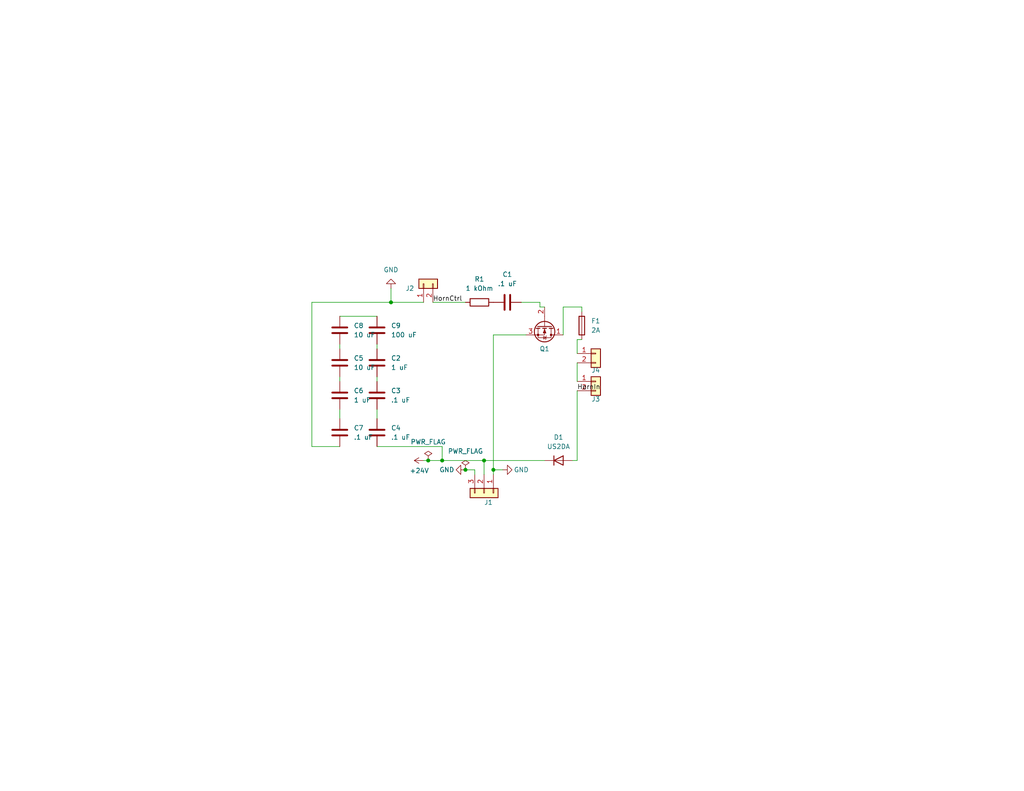
<source format=kicad_sch>
(kicad_sch (version 20231120) (generator "eeschema") (generator_version "8.0")
  (paper "USLetter")
  (title_block (title "Horns Board") (date "2024-10-02") (rev "0.0") (company "Illini Solar Car") (comment 1 "Designed By: Evan Hsieh"))
  (lib_symbols
    (symbol "Connector_Generic:Conn_01x02" (pin_names (offset 1.016) hide)
      (property "Reference" "J" (at 0 2.54 0))
      (property "Value" "Conn_01x02" (at 0 -5.08 0))
      (symbol "Conn_01x02_1_1"
        (rectangle (start -1.27 -2.413) (end 0 -2.667) (stroke (width 0.1524)))
        (rectangle (start -1.27 0.127) (end 0 -0.127) (stroke (width 0.1524)))
        (rectangle (start -1.27 1.27) (end 1.27 -3.81) (stroke (width 0.254)) (fill (type background)))
        (pin passive line (at -5.08 0 0) (length 3.81) (name "Pin_1") (number "1"))
        (pin passive line (at -5.08 -2.54 0) (length 3.81) (name "Pin_2") (number "2"))
      )
    )
    (symbol "Connector_Generic:Conn_01x03" (pin_names (offset 1.016) hide)
      (property "Reference" "J" (at 0 5.08 0))
      (property "Value" "Conn_01x03" (at 0 -5.08 0))
      (symbol "Conn_01x03_1_1"
        (rectangle (start -1.27 -2.413) (end 0 -2.667) (stroke (width 0.1524)))
        (rectangle (start -1.27 0.127) (end 0 -0.127) (stroke (width 0.1524)))
        (rectangle (start -1.27 2.667) (end 0 2.413) (stroke (width 0.1524)))
        (rectangle (start -1.27 3.81) (end 1.27 -3.81) (stroke (width 0.254)) (fill (type background)))
        (pin passive line (at -5.08 2.54 0) (length 3.81) (name "Pin_1") (number "1"))
        (pin passive line (at -5.08 0 0) (length 3.81) (name "Pin_2") (number "2"))
        (pin passive line (at -5.08 -2.54 0) (length 3.81) (name "Pin_3") (number "3"))
      )
    )
    (symbol "Device:Fuse" (pin_numbers hide) (pin_names (offset 0))
      (property "Reference" "F" (at 2.032 0 90))
      (property "Value" "Fuse" (at -1.905 0 90))
      (symbol "Fuse_0_1"
        (rectangle (start -0.762 -2.54) (end 0.762 2.54) (stroke (width 0.254)))
        (polyline (pts (xy 0 2.54) (xy 0 -2.54)))
      )
      (symbol "Fuse_1_1"
        (pin passive line (at 0 3.81 270) (length 1.27) (name "~") (number "1"))
        (pin passive line (at 0 -3.81 90) (length 1.27) (name "~") (number "2"))
      )
    )
    (symbol "Diode:US2DA" (pin_numbers hide) (pin_names (offset 1.016) hide)
      (property "Reference" "D" (at 0 2.54 0))
      (property "Value" "US2DA" (at 0 -2.54 0))
      (symbol "US2DA_0_1"
        (polyline (pts (xy -1.27 1.27) (xy -1.27 -1.27)) (stroke (width 0.254)))
        (polyline (pts (xy 1.27 0) (xy -1.27 0)))
        (polyline (pts (xy 1.27 1.27) (xy 1.27 -1.27) (xy -1.27 0) (xy 1.27 1.27)) (stroke (width 0.254)))
      )
      (symbol "US2DA_1_1"
        (pin passive line (at -3.81 0 0) (length 2.54) (name "K") (number "1"))
        (pin passive line (at 3.81 0 180) (length 2.54) (name "A") (number "2"))
      )
    )
    (symbol "Transistor_FET:BS108" (pin_names hide)
      (property "Reference" "Q" (at 5.08 1.905 0))
      (property "Value" "BS108" (at 5.08 0 0))
      (symbol "BS108_0_1"
        (polyline (pts (xy 0.254 0) (xy -2.54 0)))
        (polyline (pts (xy 0.254 1.905) (xy 0.254 -1.905)) (stroke (width 0.254)))
        (polyline (pts (xy 0.762 -1.27) (xy 0.762 -2.286)) (stroke (width 0.254)))
        (polyline (pts (xy 0.762 0.508) (xy 0.762 -0.508)) (stroke (width 0.254)))
        (polyline (pts (xy 0.762 2.286) (xy 0.762 1.27)) (stroke (width 0.254)))
        (polyline (pts (xy 2.54 2.54) (xy 2.54 1.778)))
        (polyline (pts (xy 2.54 -2.54) (xy 2.54 0) (xy 0.762 0)))
        (polyline (pts (xy 0.762 -1.778) (xy 3.302 -1.778) (xy 3.302 1.778) (xy 0.762 1.778)))
        (polyline (pts (xy 1.016 0) (xy 2.032 0.381) (xy 2.032 -0.381) (xy 1.016 0)) (fill (type outline)))
        (polyline (pts (xy 2.794 0.508) (xy 2.921 0.381) (xy 3.683 0.381) (xy 3.81 0.254)))
        (polyline (pts (xy 3.302 0.381) (xy 2.921 -0.254) (xy 3.683 -0.254) (xy 3.302 0.381)))
        (circle (center 1.651 0) (radius 2.794) (stroke (width 0.254)))
        (circle (center 2.54 -1.778) (radius 0.254) (fill (type outline)))
        (circle (center 2.54 1.778) (radius 0.254) (fill (type outline)))
      )
      (symbol "BS108_1_1"
        (pin passive line (at 2.54 5.08 270) (length 2.54) (name "D") (number "1"))
        (pin input line (at -5.08 0 0) (length 2.54) (name "G") (number "2"))
        (pin passive line (at 2.54 -5.08 90) (length 2.54) (name "S") (number "3"))
      )
    )
    (symbol "device:C" (pin_numbers hide) (pin_names (offset 0.254))
      (property "Reference" "C" (at 0.635 2.54 0))
      (property "Value" "C" (at 0.635 -2.54 0))
      (symbol "C_0_1"
        (polyline (pts (xy -2.032 -0.762) (xy 2.032 -0.762)) (stroke (width 0.508)))
        (polyline (pts (xy -2.032 0.762) (xy 2.032 0.762)) (stroke (width 0.508)))
      )
      (symbol "C_1_1"
        (pin passive line (at 0 3.81 270) (length 2.794) (name "~") (number "1"))
        (pin passive line (at 0 -3.81 90) (length 2.794) (name "~") (number "2"))
      )
    )
    (symbol "device:R" (pin_numbers hide) (pin_names (offset 0))
      (property "Reference" "R" (at 2.032 0 90))
      (property "Value" "R" (at 0 0 90))
      (symbol "R_0_1"
        (rectangle (start -1.016 -2.54) (end 1.016 2.54) (stroke (width 0.254)))
      )
      (symbol "R_1_1"
        (pin passive line (at 0 3.81 270) (length 1.27) (name "~") (number "1"))
        (pin passive line (at 0 -3.81 90) (length 1.27) (name "~") (number "2"))
      )
    )
    (symbol "power:+24V" (power) (pin_names (offset 0))
      (property "Value" "+24V" (at 0 3.556 0))
      (symbol "+24V_0_1"
        (polyline (pts (xy -0.762 1.27) (xy 0 2.54)))
        (polyline (pts (xy 0 0) (xy 0 2.54)))
        (polyline (pts (xy 0 2.54) (xy 0.762 1.27)))
      )
      (symbol "+24V_1_1"
        (pin power_in line (at 0 0 90) (length 0) hide (name "+24V") (number "1"))
      )
    )
    (symbol "power:GND" (power) (pin_names (offset 0))
      (property "Value" "GND" (at 0 -3.81 0))
      (symbol "GND_0_1"
        (polyline (pts (xy 0 0) (xy 0 -1.27) (xy 1.27 -1.27) (xy 0 -2.54) (xy -1.27 -1.27) (xy 0 -1.27)))
      )
      (symbol "GND_1_1"
        (pin power_in line (at 0 0 270) (length 0) hide (name "GND") (number "1"))
      )
    )
    (symbol "power:PWR_FLAG" (power) (pin_numbers hide) (pin_names (offset 0) hide)
      (property "Value" "PWR_FLAG" (at 0 3.81 0))
      (symbol "PWR_FLAG_0_0"
        (pin power_out line (at 0 0 90) (length 0) (name "pwr") (number "1"))
      )
      (symbol "PWR_FLAG_0_1"
        (polyline (pts (xy 0 0) (xy 0 1.27) (xy -1.016 1.905) (xy 0 2.54) (xy 1.016 1.905) (xy 0 1.27)))
      )
    )
  )
  (junction (at 116.84 125.73))
  (junction (at 127 128.27))
  (junction (at 134.62 128.27))
  (junction (at 106.68 82.55))
  (junction (at 120.65 125.73))
  (junction (at 132.08 125.73))
  (wire (pts (xy 120.65 125.73) (xy 132.08 125.73)))
  (wire (pts (xy 158.75 92.71) (xy 157.48 92.71)))
  (wire (pts (xy 143.51 91.44) (xy 134.62 91.44)))
  (wire (pts (xy 157.48 92.71) (xy 157.48 96.52)))
  (wire (pts (xy 153.67 91.44) (xy 153.67 83.82)))
  (wire (pts (xy 134.62 128.27) (xy 134.62 129.54)))
  (wire (pts (xy 102.87 111.76) (xy 102.87 114.3)))
  (wire (pts (xy 106.68 78.74) (xy 106.68 82.55)))
  (wire (pts (xy 85.09 82.55) (xy 106.68 82.55)))
  (wire (pts (xy 92.71 86.36) (xy 102.87 86.36)))
  (wire (pts (xy 92.71 102.87) (xy 92.71 104.14)))
  (wire (pts (xy 92.71 111.76) (xy 92.71 114.3)))
  (wire (pts (xy 129.54 128.27) (xy 129.54 129.54)))
  (wire (pts (xy 118.11 82.55) (xy 127 82.55)))
  (wire (pts (xy 115.57 125.73) (xy 116.84 125.73)))
  (wire (pts (xy 120.65 121.92) (xy 102.87 121.92)))
  (wire (pts (xy 102.87 93.98) (xy 102.87 95.25)))
  (wire (pts (xy 132.08 125.73) (xy 148.59 125.73)))
  (wire (pts (xy 157.48 99.06) (xy 157.48 104.14)))
  (wire (pts (xy 102.87 102.87) (xy 102.87 104.14)))
  (wire (pts (xy 85.09 121.92) (xy 85.09 82.55)))
  (wire (pts (xy 132.08 125.73) (xy 132.08 129.54)))
  (wire (pts (xy 147.32 83.82) (xy 148.59 83.82)))
  (wire (pts (xy 134.62 91.44) (xy 134.62 128.27)))
  (wire (pts (xy 147.32 83.82) (xy 147.32 82.55)))
  (wire (pts (xy 137.16 128.27) (xy 134.62 128.27)))
  (wire (pts (xy 157.48 106.68) (xy 157.48 125.73)))
  (wire (pts (xy 153.67 83.82) (xy 158.75 83.82)))
  (wire (pts (xy 127 128.27) (xy 129.54 128.27)))
  (wire (pts (xy 92.71 93.98) (xy 92.71 95.25)))
  (wire (pts (xy 156.21 125.73) (xy 157.48 125.73)))
  (wire (pts (xy 120.65 121.92) (xy 120.65 125.73)))
  (wire (pts (xy 158.75 83.82) (xy 158.75 85.09)))
  (wire (pts (xy 142.24 82.55) (xy 147.32 82.55)))
  (wire (pts (xy 92.71 121.92) (xy 85.09 121.92)))
  (wire (pts (xy 106.68 82.55) (xy 115.57 82.55)))
  (wire (pts (xy 116.84 125.73) (xy 120.65 125.73)))
  (label "HornCtrl" (at 118.11 82.55 0))
  (label "HornIn" (at 157.48 106.68 0))
  (symbol (lib_id "device:C") (at 102.87 107.95 0) (unit 1)
    (property "Reference" "C3" (at 106.68 106.6799 0) (effects (justify left)))
    (property "Value" ".1 uF" (at 106.68 109.2199 0) (effects (justify left)))
    (property "Footprint" "Capacitor_SMD:CP_Elec_4x4.5" (effects (hide yes)))
    (property "Datasheet" "https://mm.digikey.com/Volume0/opasdata/d220001/medias/docus/609/CL05B104KP5NNNC_Spec.pdf" (effects (hide yes)))
    (property "Description" "Unpolarized capacitor" (effects (hide yes)))
  )
  (symbol (lib_id "Diode:US2DA") (at 152.4 125.73 0) (unit 1)
    (property "Reference" "D1" (at 152.4 119.38 0))
    (property "Value" "US2DA" (at 152.4 121.92 0))
    (property "Footprint" "Diode_SMD:D_SMA" (effects (hide yes)))
    (property "Datasheet" "https://www.onsemi.com/pub/Collateral/US2AA-D.PDF" (effects (hide yes)))
    (property "Description" "200V, 1.5A, General Purpose Rectifier Diode, SMA(DO-214AC)" (effects (hide yes)))
  )
  (symbol (lib_id "Connector_Generic:Conn_01x02") (at 162.56 96.52 0) (unit 1)
    (property "Reference" "J4" (at 162.56 101.092 0))
    (property "Value" "Conn_01x02" (effects (hide yes)))
    (property "Footprint" "Connector_Molex:Molex_KK-396_A-41791-0002_1x02_P3.96mm_Vertical" (effects (hide yes)))
    (property "Datasheet" "https://www.molex.com/content/dam/molex/molex-dot-com/products/automated/en-us/salesdrawingpdf/641/6410/022272021_sd.pdf?inline" (effects (hide yes)))
    (property "Description" "Generic connector, single row, 01x02, script generated (kicad-library-utils/schlib/autogen/connector/)" (effects (hide yes)))
  )
  (symbol (lib_id "device:C") (at 138.43 82.55 90) (unit 1)
    (property "Reference" "C1" (at 138.43 74.93 90))
    (property "Value" ".1 uF" (at 138.43 77.47 90))
    (property "Footprint" "Capacitor_SMD:CP_Elec_4x4.5" (effects (hide yes)))
    (property "Datasheet" "https://mm.digikey.com/Volume0/opasdata/d220001/medias/docus/609/CL05B104KP5NNNC_Spec.pdf" (effects (hide yes)))
    (property "Description" "Unpolarized capacitor" (effects (hide yes)))
  )
  (symbol (lib_id "power:PWR_FLAG") (at 116.84 125.73 0) (unit 1)
    (property "Reference" "#FLG01" (effects (hide yes)))
    (property "Value" "PWR_FLAG" (at 116.84 120.65 0))
    (property "Description" "Special symbol for telling ERC where power comes from" (effects (hide yes)))
  )
  (symbol (lib_id "Connector_Generic:Conn_01x03") (at 132.08 134.62 270) (unit 1)
    (property "Reference" "J1" (at 132.0801 137.16 90) (effects (justify left)))
    (property "Value" "Conn_01x03" (effects (hide yes)))
    (property "Footprint" "Connector_Molex:Molex_KK-396_A-41791-0003_1x03_P3.96mm_Vertical" (effects (hide yes)))
    (property "Datasheet" "https://www.molex.com/pdm_docs/sd/022284034_sd.pdf" (effects (hide yes)))
    (property "Description" "Generic connector, single row, 01x03, script generated (kicad-library-utils/schlib/autogen/connector/)" (effects (hide yes)))
  )
  (symbol (lib_id "device:C") (at 92.71 107.95 0) (unit 1)
    (property "Reference" "C6" (at 96.52 106.6799 0) (effects (justify left)))
    (property "Value" "1 uF" (at 96.52 109.2199 0) (effects (justify left)))
    (property "Footprint" "Capacitor_SMD:CP_Elec_4x4.5" (effects (hide yes)))
    (property "Datasheet" "https://www.yuden.co.jp/productdata/catalog/mlcc06_e.pdf" (effects (hide yes)))
    (property "Description" "Unpolarized capacitor" (effects (hide yes)))
  )
  (symbol (lib_id "device:R") (at 130.81 82.55 90) (unit 1)
    (property "Reference" "R1" (at 130.81 76.2 90))
    (property "Value" "1 kOhm" (at 130.81 78.74 90))
    (property "Footprint" "Resistor_SMD:R_0201_0603Metric" (effects (hide yes)))
    (property "Datasheet" "https://www.seielect.com/catalog/sei-cf_cfm.pdf" (effects (hide yes)))
    (property "Description" "Resistor" (effects (hide yes)))
  )
  (symbol (lib_id "device:C") (at 102.87 118.11 0) (unit 1)
    (property "Reference" "C4" (at 106.68 116.8399 0) (effects (justify left)))
    (property "Value" ".1 uF" (at 106.68 119.3799 0) (effects (justify left)))
    (property "Footprint" "Capacitor_SMD:CP_Elec_4x4.5" (effects (hide yes)))
    (property "Datasheet" "https://mm.digikey.com/Volume0/opasdata/d220001/medias/docus/609/CL05B104KP5NNNC_Spec.pdf" (effects (hide yes)))
    (property "Description" "Unpolarized capacitor" (effects (hide yes)))
  )
  (symbol (lib_id "device:C") (at 102.87 90.17 0) (unit 1)
    (property "Reference" "C9" (at 106.68 88.8999 0) (effects (justify left)))
    (property "Value" "100 uF" (at 106.68 91.4399 0) (effects (justify left)))
    (property "Footprint" "Capacitor_SMD:CP_Elec_4x4.5" (effects (hide yes)))
    (property "Datasheet" "https://search.kemet.com/download/datasheet/A765EB107M1CLAE025" (effects (hide yes)))
    (property "Description" "Unpolarized capacitor" (effects (hide yes)))
  )
  (symbol (lib_id "Transistor_FET:BS108") (at 148.59 88.9 270) (unit 1)
    (property "Reference" "Q1" (at 148.59 95.25 90))
    (property "Value" "BS108" (effects (hide yes)))
    (property "Footprint" "Package_TO_SOT_THT:TO-92_Inline" (effects (hide yes)))
    (property "Datasheet" "http://www.redrok.com/MOSFET_BS108_200V_250mA_8O_Vth1.5_TO-92.PDF" (effects (hide yes)))
    (property "Description" "0.25A Id, 200V Vds, N-Channel MOSFET, TO-92" (effects (hide yes)))
  )
  (symbol (lib_id "Device:Fuse") (at 158.75 88.9 0) (unit 1)
    (property "Reference" "F1" (at 161.29 87.6299 0) (effects (justify left)))
    (property "Value" "2A" (at 161.29 90.1699 0) (effects (justify left)))
    (property "Footprint" "Fuse:Fuse_0603_1608Metric" (effects (hide yes)))
    (property "Datasheet" "https://www.littelfuse.com/media?resourcetype=datasheets&itemid=3d41d6b7-af0b-41bc-bce0-d5b1432b6058&filename=littelfuse-fuse-392-datasheet" (effects (hide yes)))
    (property "Description" "Fuse" (effects (hide yes)))
  )
  (symbol (lib_id "Connector_Generic:Conn_01x02") (at 115.57 77.47 90) (unit 1)
    (property "Reference" "J2" (at 113.03 78.7401 90) (effects (justify left)))
    (property "Value" "Conn_01x02" (effects (hide yes)))
    (property "Footprint" "Connector_Molex:Molex_KK-396_A-41791-0002_1x02_P3.96mm_Vertical" (effects (hide yes)))
    (property "Datasheet" "https://www.molex.com/content/dam/molex/molex-dot-com/products/automated/en-us/salesdrawingpdf/641/6410/022272021_sd.pdf?inline" (effects (hide yes)))
    (property "Description" "Generic connector, single row, 01x02, script generated (kicad-library-utils/schlib/autogen/connector/)" (effects (hide yes)))
  )
  (symbol (lib_id "device:C") (at 92.71 90.17 0) (unit 1)
    (property "Reference" "C8" (at 96.52 88.8999 0) (effects (justify left)))
    (property "Value" "10 uF" (at 96.52 91.4399 0) (effects (justify left)))
    (property "Footprint" "Capacitor_SMD:CP_Elec_4x4.5" (effects (hide yes)))
    (property "Datasheet" "https://www.we-online.com/components/products/datasheet/865080340001.pdf" (effects (hide yes)))
    (property "Description" "Unpolarized capacitor" (effects (hide yes)))
  )
  (symbol (lib_id "Connector_Generic:Conn_01x02") (at 162.56 104.14 0) (unit 1)
    (property "Reference" "J3" (at 162.56 108.966 0))
    (property "Value" "Conn_01x02" (effects (hide yes)))
    (property "Footprint" "Connector_Molex:Molex_KK-396_A-41791-0002_1x02_P3.96mm_Vertical" (effects (hide yes)))
    (property "Datasheet" "https://www.molex.com/content/dam/molex/molex-dot-com/products/automated/en-us/salesdrawingpdf/641/6410/022272021_sd.pdf?inline" (effects (hide yes)))
    (property "Description" "Generic connector, single row, 01x02, script generated (kicad-library-utils/schlib/autogen/connector/)" (effects (hide yes)))
  )
  (symbol (lib_id "device:C") (at 92.71 99.06 0) (unit 1)
    (property "Reference" "C5" (at 96.52 97.7899 0) (effects (justify left)))
    (property "Value" "10 uF" (at 96.52 100.3299 0) (effects (justify left)))
    (property "Footprint" "Capacitor_SMD:CP_Elec_4x4.5" (effects (hide yes)))
    (property "Datasheet" "https://www.we-online.com/components/products/datasheet/865080340001.pdf" (effects (hide yes)))
    (property "Description" "Unpolarized capacitor" (effects (hide yes)))
  )
  (symbol (lib_id "power:GND") (at 137.16 128.27 90) (unit 1)
    (property "Reference" "#PWR03" (effects (hide yes)))
    (property "Value" "GND" (at 142.24 128.27 90))
    (property "Description" "Power symbol creates a global label with name \"GND\" , ground" (effects (hide yes)))
  )
  (symbol (lib_id "power:GND") (at 127 128.27 270) (unit 1)
    (property "Reference" "#PWR02" (effects (hide yes)))
    (property "Value" "GND" (at 121.92 128.27 90))
    (property "Description" "Power symbol creates a global label with name \"GND\" , ground" (effects (hide yes)))
  )
  (symbol (lib_id "power:PWR_FLAG") (at 127 128.27 0) (unit 1)
    (property "Reference" "#FLG02" (effects (hide yes)))
    (property "Value" "PWR_FLAG" (at 127 123.19 0))
    (property "Description" "Special symbol for telling ERC where power comes from" (effects (hide yes)))
  )
  (symbol (lib_id "device:C") (at 102.87 99.06 0) (unit 1)
    (property "Reference" "C2" (at 106.68 97.7899 0) (effects (justify left)))
    (property "Value" "1 uF" (at 106.68 100.3299 0) (effects (justify left)))
    (property "Footprint" "Capacitor_SMD:CP_Elec_4x4.5" (effects (hide yes)))
    (property "Datasheet" "https://www.yuden.co.jp/productdata/catalog/mlcc06_e.pdf" (effects (hide yes)))
    (property "Description" "Unpolarized capacitor" (effects (hide yes)))
  )
  (symbol (lib_id "power:+24V") (at 115.57 125.73 90) (unit 1)
    (property "Reference" "#PWR01" (effects (hide yes)))
    (property "Value" "+24V" (at 111.76 128.524 90) (effects (justify right)))
    (property "Description" "Power symbol creates a global label with name \"+24V\"" (effects (hide yes)))
  )
  (symbol (lib_id "power:GND") (at 106.68 78.74 180) (unit 1)
    (property "Reference" "#PWR04" (effects (hide yes)))
    (property "Value" "GND" (at 106.68 73.66 0))
    (property "Description" "Power symbol creates a global label with name \"GND\" , ground" (effects (hide yes)))
  )
  (symbol (lib_id "device:C") (at 92.71 118.11 0) (unit 1)
    (property "Reference" "C7" (at 96.52 116.8399 0) (effects (justify left)))
    (property "Value" ".1 uF" (at 96.52 119.3799 0) (effects (justify left)))
    (property "Footprint" "Capacitor_SMD:CP_Elec_4x4.5" (effects (hide yes)))
    (property "Datasheet" "https://mm.digikey.com/Volume0/opasdata/d220001/medias/docus/609/CL05B104KP5NNNC_Spec.pdf" (effects (hide yes)))
    (property "Description" "Unpolarized capacitor" (effects (hide yes)))
  )
)
</source>
